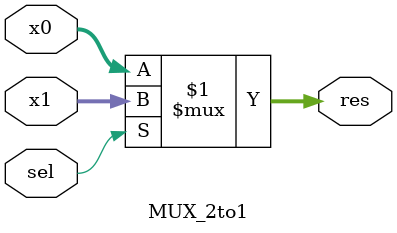
<source format=v>
module MUX_2to1 #(parameter N = 32)(
    input [N-1:0] x0, x1,
    input sel,
    output [N-1:0] res
);
    assign res = sel ? x1 : x0;
endmodule
</source>
